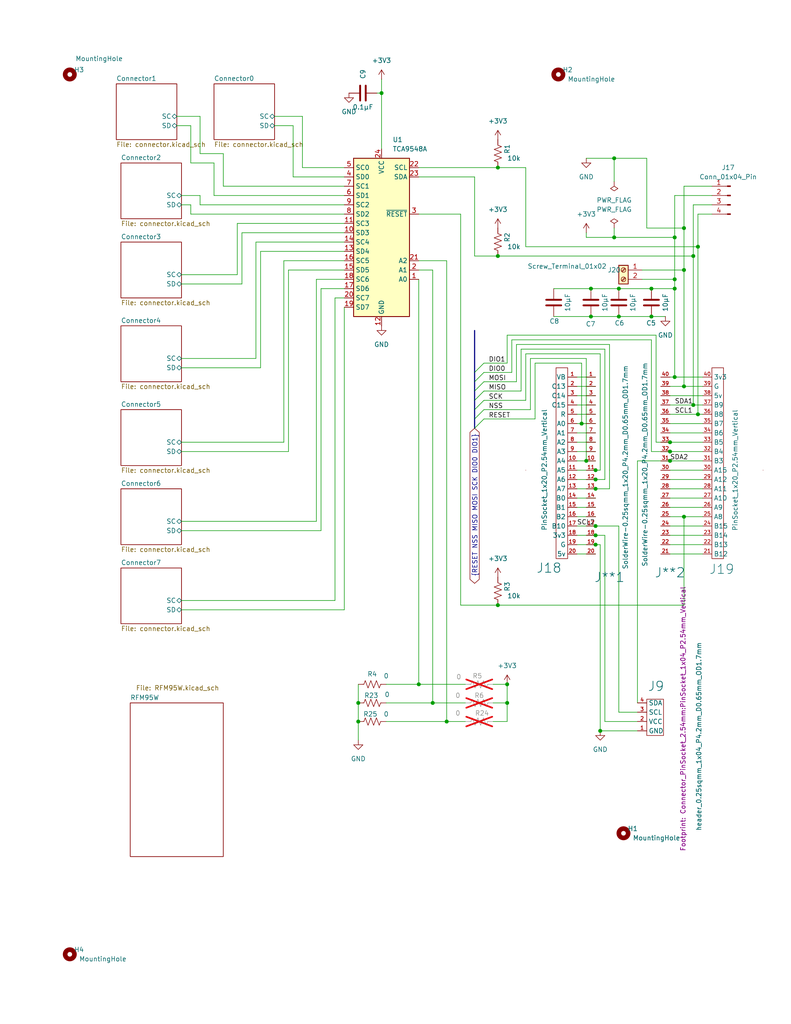
<source format=kicad_sch>
(kicad_sch (version 20231120) (generator "eeschema") (generator_version "8.0")
  (paper "A" portrait)
  (title_block (title "Multiplex I2C to Screw Terminal connectors") (date "2024-07-25") (rev "v0.1.0"))
  (lib_symbols
    (symbol "ProjectLib:C" (pin_numbers hide) (pin_names (offset 0.254))
      (property "Reference" "C" (at 0.635 2.54 0))
      (property "Value" "C" (at 0.635 -2.54 0))
      (symbol "C_0_1"
        (polyline (pts (xy -2.032 -0.762) (xy 2.032 -0.762)) (stroke (width 0.508)))
        (polyline (pts (xy -2.032 0.762) (xy 2.032 0.762)) (stroke (width 0.508)))
      )
      (symbol "C_1_1"
        (pin passive line (at 0 3.81 270) (length 2.794) (name "~") (number "1"))
        (pin passive line (at 0 -3.81 90) (length 2.794) (name "~") (number "2"))
      )
    )
    (symbol "ProjectLib:Conn_01x04_Pin" (pin_names (offset 1.016) hide)
      (property "Reference" "J" (at 0 5.08 0))
      (property "Value" "Conn_01x04_Pin" (at 0 -7.62 0))
      (symbol "Conn_01x04_Pin_1_1"
        (polyline (pts (xy 1.27 -5.08) (xy 0.8636 -5.08)) (stroke (width 0.1524)))
        (polyline (pts (xy 1.27 -2.54) (xy 0.8636 -2.54)) (stroke (width 0.1524)))
        (polyline (pts (xy 1.27 0) (xy 0.8636 0)) (stroke (width 0.1524)))
        (polyline (pts (xy 1.27 2.54) (xy 0.8636 2.54)) (stroke (width 0.1524)))
        (rectangle (start 0.8636 -4.953) (end 0 -5.207) (stroke (width 0.1524)) (fill (type outline)))
        (rectangle (start 0.8636 -2.413) (end 0 -2.667) (stroke (width 0.1524)) (fill (type outline)))
        (rectangle (start 0.8636 0.127) (end 0 -0.127) (stroke (width 0.1524)) (fill (type outline)))
        (rectangle (start 0.8636 2.667) (end 0 2.413) (stroke (width 0.1524)) (fill (type outline)))
        (pin passive line (at 5.08 2.54 180) (length 3.81) (name "Pin_1") (number "1"))
        (pin passive line (at 5.08 0 180) (length 3.81) (name "Pin_2") (number "2"))
        (pin passive line (at 5.08 -2.54 180) (length 3.81) (name "Pin_3") (number "3"))
        (pin passive line (at 5.08 -5.08 180) (length 3.81) (name "Pin_4") (number "4"))
      )
    )
    (symbol "ProjectLib:MountingHole" (pin_names (offset 1.016))
      (property "Reference" "H" (at 0 5.08 0))
      (property "Value" "MountingHole" (at 0 3.175 0))
      (symbol "MountingHole_0_1"
        (circle (center 0 0) (radius 1.27) (stroke (width 1.27)))
      )
    )
    (symbol "ProjectLib:R_US" (pin_numbers hide) (pin_names (offset 0))
      (property "Reference" "R" (at 2.54 0 90))
      (property "Value" "R_US" (at -2.54 0 90))
      (symbol "R_US_0_1"
        (polyline (pts (xy 0 -2.286) (xy 0 -2.54)))
        (polyline (pts (xy 0 2.286) (xy 0 2.54)))
        (polyline (pts (xy 0 -0.762) (xy 1.016 -1.143) (xy 0 -1.524) (xy -1.016 -1.905) (xy 0 -2.286)))
        (polyline (pts (xy 0 0.762) (xy 1.016 0.381) (xy 0 0) (xy -1.016 -0.381) (xy 0 -0.762)))
        (polyline (pts (xy 0 2.286) (xy 1.016 1.905) (xy 0 1.524) (xy -1.016 1.143) (xy 0 0.762)))
      )
      (symbol "R_US_1_1"
        (pin passive line (at 0 3.81 270) (length 1.27) (name "~") (number "1"))
        (pin passive line (at 0 -3.81 90) (length 1.27) (name "~") (number "2"))
      )
    )
    (symbol "ProjectLib:Screw_Terminal_01x02" (pin_names (offset 1.016) hide)
      (property "Reference" "J" (at 0 2.54 0))
      (property "Value" "Screw_Terminal_01x02" (at 0 -5.08 0))
      (symbol "Screw_Terminal_01x02_1_1"
        (rectangle (start -1.27 1.27) (end 1.27 -3.81) (stroke (width 0.254)) (fill (type background)))
        (circle (center 0 -2.54) (radius 0.635) (stroke (width 0.1524)))
        (polyline (pts (xy -0.5334 -2.2098) (xy 0.3302 -3.048)) (stroke (width 0.1524)))
        (polyline (pts (xy -0.5334 0.3302) (xy 0.3302 -0.508)) (stroke (width 0.1524)))
        (polyline (pts (xy -0.3556 -2.032) (xy 0.508 -2.8702)) (stroke (width 0.1524)))
        (polyline (pts (xy -0.3556 0.508) (xy 0.508 -0.3302)) (stroke (width 0.1524)))
        (circle (center 0 0) (radius 0.635) (stroke (width 0.1524)))
        (pin passive line (at -5.08 0 0) (length 3.81) (name "Pin_1") (number "1"))
        (pin passive line (at -5.08 -2.54 0) (length 3.81) (name "Pin_2") (number "2"))
      )
    )
    (symbol "ProjectLib:TCA9548APWR"
      (property "Reference" "U" (at -7.62 21.59 0))
      (property "Value" "TCA9548APWR" (at 1.016 21.59 0))
      (symbol "TCA9548APWR_0_1"
        (rectangle (start -7.62 20.32) (end 7.62 -22.86) (stroke (width 0.254)) (fill (type background)))
      )
      (symbol "TCA9548APWR_1_1"
        (pin input line (at -10.16 -12.7 0) (length 2.54) (name "A0") (number "1"))
        (pin bidirectional line (at 10.16 0 180) (length 2.54) (name "SD3") (number "10"))
        (pin output line (at 10.16 2.54 180) (length 2.54) (name "SC3") (number "11"))
        (pin power_in line (at 0 -25.4 90) (length 2.54) (name "GND") (number "12"))
        (pin bidirectional line (at 10.16 -5.08 180) (length 2.54) (name "SD4") (number "13"))
        (pin output line (at 10.16 -2.54 180) (length 2.54) (name "SC4") (number "14"))
        (pin bidirectional line (at 10.16 -10.16 180) (length 2.54) (name "SD5") (number "15"))
        (pin output line (at 10.16 -7.62 180) (length 2.54) (name "SC5") (number "16"))
        (pin bidirectional line (at 10.16 -15.24 180) (length 2.54) (name "SD6") (number "17"))
        (pin output line (at 10.16 -12.7 180) (length 2.54) (name "SC6") (number "18"))
        (pin bidirectional line (at 10.16 -20.32 180) (length 2.54) (name "SD7") (number "19"))
        (pin input line (at -10.16 -10.16 0) (length 2.54) (name "A1") (number "2"))
        (pin output line (at 10.16 -17.78 180) (length 2.54) (name "SC7") (number "20"))
        (pin input line (at -10.16 -7.62 0) (length 2.54) (name "A2") (number "21"))
        (pin input line (at -10.16 17.78 0) (length 2.54) (name "SCL") (number "22"))
        (pin bidirectional line (at -10.16 15.24 0) (length 2.54) (name "SDA") (number "23"))
        (pin power_in line (at 0 22.86 270) (length 2.54) (name "VCC") (number "24"))
        (pin input line (at -10.16 5.08 0) (length 2.54) (name "~{RESET}") (number "3"))
        (pin bidirectional line (at 10.16 15.24 180) (length 2.54) (name "SD0") (number "4"))
        (pin output line (at 10.16 17.78 180) (length 2.54) (name "SC0") (number "5"))
        (pin bidirectional line (at 10.16 10.16 180) (length 2.54) (name "SD1") (number "6"))
        (pin output line (at 10.16 12.7 180) (length 2.54) (name "SC1") (number "7"))
        (pin bidirectional line (at 10.16 5.08 180) (length 2.54) (name "SD2") (number "8"))
        (pin output line (at 10.16 7.62 180) (length 2.54) (name "SC2") (number "9"))
      )
    )
    (symbol "ProjectLib:b_pill_1-20"
      (property "Reference" "J" (at -3.24 -27 0))
      (property "Value" "PinSocket_1x20_P2.54mm_Vertical" (at -8.24 0 90))
      (property "Footprint" "ProjectLib:b_pill_socket_1-20" (at -11.24 0 90) (show_name))
      (symbol "b_pill_1-20_0_1"
        (rectangle (start -13.97 0) (end -13.97 0))
        (rectangle (start -5.715 27.94) (end -2.54 -24.13))
      )
      (symbol "b_pill_1-20_1_1"
        (pin free line (at 0 25.4 180) (length 2.54) (name "VB") (number "1"))
        (pin output line (at 0 2.54 180) (length 2.54) (name "A4") (number "10"))
        (pin output line (at 0 0 180) (length 2.54) (name "A5") (number "11"))
        (pin free line (at 0 -2.54 180) (length 2.54) (name "A6") (number "12"))
        (pin output line (at 0 -5.08 180) (length 2.54) (name "A7") (number "13"))
        (pin free line (at 0 -7.62 180) (length 2.54) (name "B0") (number "14"))
        (pin free line (at 0 -10.16 180) (length 2.54) (name "B1") (number "15"))
        (pin free line (at 0 -12.7 180) (length 2.54) (name "B2") (number "16"))
        (pin free line (at 0 -15.24 180) (length 2.54) (name "B10") (number "17"))
        (pin free line (at 0 -17.78 180) (length 2.54) (name "3v3") (number "18"))
        (pin free line (at 0 -20.32 180) (length 2.54) (name "G") (number "19"))
        (pin free line (at 0 22.86 180) (length 2.54) (name "C13") (number "2"))
        (pin free line (at 0 -22.86 180) (length 2.54) (name "5v") (number "20"))
        (pin free line (at 0 20.32 180) (length 2.54) (name "C14") (number "3"))
        (pin free line (at 0 17.78 180) (length 2.54) (name "C15") (number "4"))
        (pin free line (at 0 15.24 180) (length 2.54) (name "R") (number "5"))
        (pin free line (at 0 12.7 180) (length 2.54) (name "A0") (number "6"))
        (pin free line (at 0 10.16 180) (length 2.54) (name "A1") (number "7"))
        (pin free line (at 0 7.62 180) (length 2.54) (name "A2") (number "8"))
        (pin free line (at 0 5.08 180) (length 2.54) (name "A3") (number "9"))
      )
    )
    (symbol "ProjectLib:b_pill_21-40"
      (property "Reference" "J" (at 10 -27 0))
      (property "Value" "PinSocket_1x20_P2.54mm_Vertical" (at 6.35 0 90))
      (property "Footprint" "ProjectLib:b_pill_socket_21-40" (at 2.54 0 90) (show_name))
      (symbol "b_pill_21-40_0_1"
        (rectangle (start -1.27 0) (end -1.27 0))
        (rectangle (start 9.525 27.94) (end 12.7 -24.13))
      )
      (symbol "b_pill_21-40_1_1"
        (pin free line (at 15.24 -22.86 180) (length 2.54) (name "B12") (number "21"))
        (pin free line (at 15.24 -20.32 180) (length 2.54) (name "B13") (number "22"))
        (pin free line (at 15.24 -17.78 180) (length 2.54) (name "B14") (number "23"))
        (pin free line (at 15.24 -15.24 180) (length 2.54) (name "B15") (number "24"))
        (pin free line (at 15.24 -12.7 180) (length 2.54) (name "A8") (number "25"))
        (pin free line (at 15.24 -10.16 180) (length 2.54) (name "A9") (number "26"))
        (pin free line (at 15.24 -7.62 180) (length 2.54) (name "A10") (number "27"))
        (pin free line (at 15.24 -5.08 180) (length 2.54) (name "A11") (number "28"))
        (pin free line (at 15.24 -2.54 180) (length 2.54) (name "A12") (number "29"))
        (pin free line (at 15.24 0 180) (length 2.54) (name "A15") (number "30"))
        (pin free line (at 15.24 2.54 180) (length 2.54) (name "B3") (number "31"))
        (pin bidirectional line (at 15.24 5.08 180) (length 2.54) (name "B4") (number "32"))
        (pin bidirectional line (at 15.24 7.62 180) (length 2.54) (name "B5") (number "33"))
        (pin free line (at 15.24 10.16 180) (length 2.54) (name "B6") (number "34"))
        (pin free line (at 15.24 12.7 180) (length 2.54) (name "B7") (number "35"))
        (pin passive line (at 15.24 15.24 180) (length 2.54) (name "B8") (number "36"))
        (pin passive line (at 15.24 17.78 180) (length 2.54) (name "B9") (number "37"))
        (pin free line (at 15.24 20.32 180) (length 2.54) (name "5v") (number "38"))
        (pin power_in line (at 15.24 22.86 180) (length 2.54) (name "G") (number "39"))
        (pin power_in line (at 15.24 25.4 180) (length 2.54) (name "3v3") (number "40"))
      )
    )
    (symbol "ProjectLib:b_pill_takeoff_1-20"
      (property "Reference" "J**" (at 0 -27.94 0))
      (property "Value" "SolderWire-0.25sqmm_1x20_P4.2mm_D0.65mm_OD1.7mm" (at 2.54 2.54 90))
      (property "Footprint" "ProjectLib:b_pill_takeoffPads_1-20" (at 5.08 0 90) (show_name))
      (symbol "b_pill_takeoff_1-20_0_1"
        (rectangle (start 11.43 0) (end 11.43 0))
      )
      (symbol "b_pill_takeoff_1-20_1_1"
        (pin free line (at -2.54 25.4 0) (length 2.54) (name "") (number "1"))
        (pin free line (at -2.54 2.54 0) (length 2.54) (name "") (number "10"))
        (pin free line (at -2.54 0 0) (length 2.54) (name "") (number "11"))
        (pin free line (at -2.54 -2.54 0) (length 2.54) (name "") (number "12"))
        (pin free line (at -2.54 -5.08 0) (length 2.54) (name "") (number "13"))
        (pin free line (at -2.54 -7.62 0) (length 2.54) (name "") (number "14"))
        (pin free line (at -2.54 -10.16 0) (length 2.54) (name "") (number "15"))
        (pin free line (at -2.54 -12.7 0) (length 2.54) (name "") (number "16"))
        (pin free line (at -2.54 -15.24 0) (length 2.54) (name "") (number "17"))
        (pin free line (at -2.54 -17.78 0) (length 2.54) (name "") (number "18"))
        (pin free line (at -2.54 -20.32 0) (length 2.54) (name "") (number "19"))
        (pin free line (at -2.54 22.86 0) (length 2.54) (name "") (number "2"))
        (pin free line (at -2.54 -22.86 0) (length 2.54) (name "") (number "20"))
        (pin free line (at -2.54 20.32 0) (length 2.54) (name "") (number "3"))
        (pin free line (at -2.54 17.78 0) (length 2.54) (name "") (number "4"))
        (pin free line (at -2.54 15.24 0) (length 2.54) (name "") (number "5"))
        (pin free line (at -2.54 12.7 0) (length 2.54) (name "") (number "6"))
        (pin free line (at -2.54 10.16 0) (length 2.54) (name "") (number "7"))
        (pin free line (at -2.54 7.62 0) (length 2.54) (name "") (number "8"))
        (pin free line (at -2.54 5.08 0) (length 2.54) (name "") (number "9"))
      )
    )
    (symbol "ProjectLib:b_pill_takeoff_21-40"
      (property "Reference" "J**" (at 15.24 -27.94 0))
      (property "Value" "SolderWire-0.25sqmm_1x20_P4.2mm_D0.65mm_OD1.7mm" (at 10.16 0 90))
      (property "Footprint" "ProjectLib:b_pill_takeoffPads_21-40" (at 7.62 -2.54 90) (show_name))
      (symbol "b_pill_takeoff_21-40_0_1"
        (rectangle (start -1.27 0) (end -1.27 0))
      )
      (symbol "b_pill_takeoff_21-40_1_1"
        (pin free line (at 15.24 -22.86 180) (length 2.54) (name "") (number "21"))
        (pin free line (at 15.24 -20.32 180) (length 2.54) (name "") (number "22"))
        (pin free line (at 15.24 -17.78 180) (length 2.54) (name "") (number "23"))
        (pin free line (at 15.24 -15.24 180) (length 2.54) (name "") (number "24"))
        (pin free line (at 15.24 -12.7 180) (length 2.54) (name "") (number "25"))
        (pin free line (at 15.24 -10.16 180) (length 2.54) (name "") (number "26"))
        (pin free line (at 15.24 -7.62 180) (length 2.54) (name "") (number "27"))
        (pin free line (at 15.24 -5.08 180) (length 2.54) (name "") (number "28"))
        (pin free line (at 15.24 -2.54 180) (length 2.54) (name "") (number "29"))
        (pin free line (at 15.24 0 180) (length 2.54) (name "") (number "30"))
        (pin free line (at 15.24 2.54 180) (length 2.54) (name "") (number "31"))
        (pin free line (at 15.24 5.08 180) (length 2.54) (name "") (number "32"))
        (pin free line (at 15.24 7.62 180) (length 2.54) (name "") (number "33"))
        (pin free line (at 15.24 10.16 180) (length 2.54) (name "") (number "34"))
        (pin free line (at 15.24 12.7 180) (length 2.54) (name "") (number "35"))
        (pin passive line (at 15.24 15.24 180) (length 2.54) (name "") (number "36"))
        (pin passive line (at 15.24 17.78 180) (length 2.54) (name "") (number "37"))
        (pin free line (at 15.24 20.32 180) (length 2.54) (name "") (number "38"))
        (pin power_in line (at 15.24 22.86 180) (length 2.54) (name "") (number "39"))
        (pin power_in line (at 15.24 25.4 180) (length 2.54) (name "") (number "40"))
      )
    )
    (symbol "ProjectLib:ssd1306_header"
      (property "Reference" "J" (at -2.54 -7.62 0))
      (property "Value" "header_0.25sqmm_1x04_P4.2mm_D0.65mm_OD1.7mm" (at 15.748 -3.556 90))
      (property "Footprint" "ProjectLib:ssd1306_header" (at 12.7 -0.254 90) (show_name))
      (symbol "ssd1306_header_0_1"
        (rectangle (start -4.572 4.826) (end 0 -5.08))
      )
      (symbol "ssd1306_header_1_1"
        (pin free line (at 2.54 -3.81 180) (length 2.54) (name "GND") (number "1"))
        (pin free line (at 2.54 -1.27 180) (length 2.54) (name "VCC") (number "2"))
        (pin free line (at 2.54 1.27 180) (length 2.54) (name "SCL") (number "3"))
        (pin free line (at 2.54 3.81 180) (length 2.54) (name "SDA") (number "4"))
      )
    )
    (symbol "power:+3V3" (power) (pin_numbers hide) (pin_names (offset 0) hide)
      (property "Value" "+3V3" (at 0 3.556 0))
      (symbol "+3V3_0_1"
        (polyline (pts (xy -0.762 1.27) (xy 0 2.54)))
        (polyline (pts (xy 0 0) (xy 0 2.54)))
        (polyline (pts (xy 0 2.54) (xy 0.762 1.27)))
      )
      (symbol "+3V3_1_1"
        (pin power_in line (at 0 0 90) (length 0) (name "~") (number "1"))
      )
    )
    (symbol "power:GND" (power) (pin_numbers hide) (pin_names (offset 0) hide)
      (property "Value" "GND" (at 0 -3.81 0))
      (symbol "GND_0_1"
        (polyline (pts (xy 0 0) (xy 0 -1.27) (xy 1.27 -1.27) (xy 0 -2.54) (xy -1.27 -1.27) (xy 0 -1.27)))
      )
      (symbol "GND_1_1"
        (pin power_in line (at 0 0 270) (length 0) (name "~") (number "1"))
      )
    )
    (symbol "power:PWR_FLAG" (power) (pin_numbers hide) (pin_names (offset 0) hide)
      (property "Value" "PWR_FLAG" (at 0 3.81 0))
      (symbol "PWR_FLAG_0_0"
        (pin power_out line (at 0 0 90) (length 0) (name "~") (number "1"))
      )
      (symbol "PWR_FLAG_0_1"
        (polyline (pts (xy 0 0) (xy 0 1.27) (xy -1.016 1.905) (xy 0 2.54) (xy 1.016 1.905) (xy 0 1.27)))
      )
    )
  )
  (junction (at 168.91 86.36))
  (junction (at 182.88 120.65))
  (junction (at 97.79 191.77))
  (junction (at 184.15 102.87))
  (junction (at 186.69 73.66))
  (junction (at 182.88 125.73))
  (junction (at 97.79 196.85))
  (junction (at 160.02 125.73))
  (junction (at 190.5 67.31))
  (junction (at 162.56 146.05))
  (junction (at 163.83 199.39))
  (junction (at 161.29 86.36))
  (junction (at 135.89 45.72))
  (junction (at 177.8 78.74))
  (junction (at 184.15 64.77))
  (junction (at 177.8 86.36))
  (junction (at 186.69 105.41))
  (junction (at 162.56 130.81))
  (junction (at 135.89 69.85))
  (junction (at 182.88 123.19))
  (junction (at 121.92 196.85))
  (junction (at 162.56 133.35))
  (junction (at 184.15 76.2))
  (junction (at 168.91 78.74))
  (junction (at 162.56 128.27))
  (junction (at 138.43 186.69))
  (junction (at 190.5 113.03))
  (junction (at 114.3 186.69))
  (junction (at 138.43 191.77))
  (junction (at 162.56 143.51))
  (junction (at 118.11 191.77))
  (junction (at 167.64 64.77))
  (junction (at 135.89 165.1))
  (junction (at 186.69 140.97))
  (junction (at 104.14 25.4))
  (junction (at 189.23 110.49))
  (junction (at 184.15 78.74))
  (junction (at 189.23 69.85))
  (junction (at 158.75 115.57))
  (junction (at 161.29 78.74))
  (junction (at 167.64 43.18))
  (junction (at 162.56 148.59))
  (junction (at 186.69 62.23))
  (bus_entry (at 129.54 116.84) (size 2.54 -2.54))
  (bus_entry (at 129.54 109.22) (size 2.54 -2.54))
  (bus_entry (at 129.54 106.68) (size 2.54 -2.54))
  (bus_entry (at 129.54 101.6) (size 2.54 -2.54))
  (bus_entry (at 129.54 104.14) (size 2.54 -2.54))
  (bus_entry (at 129.54 114.3) (size 2.54 -2.54))
  (bus_entry (at 129.54 111.76) (size 2.54 -2.54))
  (wire (pts (xy 74.93 34.29) (xy 80.01 34.29)))
  (wire (pts (xy 157.48 148.59) (xy 162.56 148.59)))
  (wire (pts (xy 97.79 186.69) (xy 97.79 191.77)))
  (wire (pts (xy 182.88 102.87) (xy 184.15 102.87)))
  (bus (pts (xy 129.54 109.22) (xy 129.54 111.76)))
  (wire (pts (xy 165.1 196.85) (xy 173.99 196.85)))
  (wire (pts (xy 176.53 62.23) (xy 186.69 62.23)))
  (wire (pts (xy 118.11 73.66) (xy 118.11 191.77)))
  (wire (pts (xy 54.61 41.91) (xy 60.96 41.91)))
  (wire (pts (xy 157.48 130.81) (xy 162.56 130.81)))
  (wire (pts (xy 114.3 73.66) (xy 118.11 73.66)))
  (wire (pts (xy 52.07 34.29) (xy 52.07 44.45)))
  (wire (pts (xy 177.8 78.74) (xy 184.15 78.74)))
  (wire (pts (xy 189.23 55.88) (xy 194.31 55.88)))
  (wire (pts (xy 158.75 115.57) (xy 162.56 115.57)))
  (wire (pts (xy 182.88 138.43) (xy 191.77 138.43)))
  (wire (pts (xy 139.7 92.71) (xy 139.7 101.6)))
  (wire (pts (xy 48.26 31.75) (xy 54.61 31.75)))
  (wire (pts (xy 114.3 48.26) (xy 129.54 48.26)))
  (wire (pts (xy 162.56 130.81) (xy 165.1 130.81)))
  (wire (pts (xy 163.83 199.39) (xy 173.99 199.39)))
  (wire (pts (xy 91.44 163.83) (xy 91.44 81.28)))
  (wire (pts (xy 160.02 43.18) (xy 167.64 43.18)))
  (wire (pts (xy 132.08 104.14) (xy 140.97 104.14)))
  (wire (pts (xy 49.53 55.88) (xy 52.07 55.88)))
  (wire (pts (xy 157.48 138.43) (xy 162.56 138.43)))
  (wire (pts (xy 132.08 111.76) (xy 144.78 111.76)))
  (wire (pts (xy 182.88 148.59) (xy 191.77 148.59)))
  (wire (pts (xy 114.3 45.72) (xy 135.89 45.72)))
  (wire (pts (xy 163.83 148.59) (xy 163.83 199.39)))
  (wire (pts (xy 138.43 186.69) (xy 138.43 191.77)))
  (bus (pts (xy 129.54 106.68) (xy 129.54 109.22)))
  (wire (pts (xy 157.48 128.27) (xy 162.56 128.27)))
  (wire (pts (xy 184.15 53.34) (xy 194.31 53.34)))
  (wire (pts (xy 52.07 58.42) (xy 93.98 58.42)))
  (wire (pts (xy 184.15 76.2) (xy 184.15 64.77)))
  (wire (pts (xy 64.77 60.96) (xy 93.98 60.96)))
  (wire (pts (xy 184.15 76.2) (xy 184.15 78.74)))
  (wire (pts (xy 189.23 55.88) (xy 189.23 69.85)))
  (wire (pts (xy 157.48 133.35) (xy 162.56 133.35)))
  (wire (pts (xy 157.48 146.05) (xy 162.56 146.05)))
  (wire (pts (xy 97.79 191.77) (xy 97.79 196.85)))
  (wire (pts (xy 157.48 123.19) (xy 162.56 123.19)))
  (wire (pts (xy 146.05 99.06) (xy 158.75 99.06)))
  (wire (pts (xy 162.56 133.35) (xy 166.37 133.35)))
  (wire (pts (xy 143.51 45.72) (xy 143.51 67.31)))
  (wire (pts (xy 173.99 125.73) (xy 182.88 125.73)))
  (wire (pts (xy 66.04 63.5) (xy 93.98 63.5)))
  (wire (pts (xy 186.69 73.66) (xy 186.69 62.23)))
  (wire (pts (xy 186.69 105.41) (xy 191.77 105.41)))
  (wire (pts (xy 184.15 53.34) (xy 184.15 64.77)))
  (wire (pts (xy 140.97 93.98) (xy 166.37 93.98)))
  (wire (pts (xy 60.96 41.91) (xy 60.96 50.8)))
  (wire (pts (xy 167.64 43.18) (xy 167.64 49.53)))
  (wire (pts (xy 157.48 143.51) (xy 162.56 143.51)))
  (wire (pts (xy 69.85 66.04) (xy 93.98 66.04)))
  (wire (pts (xy 144.78 97.79) (xy 144.78 111.76)))
  (wire (pts (xy 151.13 86.36) (xy 161.29 86.36)))
  (wire (pts (xy 82.55 31.75) (xy 82.55 45.72)))
  (wire (pts (xy 177.8 86.36) (xy 181.61 86.36)))
  (wire (pts (xy 190.5 58.42) (xy 194.31 58.42)))
  (bus (pts (xy 129.54 114.3) (xy 129.54 116.84)))
  (wire (pts (xy 182.88 151.13) (xy 191.77 151.13)))
  (wire (pts (xy 49.53 123.19) (xy 78.74 123.19)))
  (wire (pts (xy 138.43 191.77) (xy 138.43 196.85)))
  (wire (pts (xy 182.88 130.81) (xy 191.77 130.81)))
  (wire (pts (xy 146.05 99.06) (xy 146.05 114.3)))
  (wire (pts (xy 157.48 102.87) (xy 162.56 102.87)))
  (wire (pts (xy 162.56 146.05) (xy 165.1 146.05)))
  (wire (pts (xy 182.88 105.41) (xy 186.69 105.41)))
  (wire (pts (xy 64.77 74.93) (xy 64.77 60.96)))
  (wire (pts (xy 151.13 78.74) (xy 161.29 78.74)))
  (wire (pts (xy 105.41 196.85) (xy 121.92 196.85)))
  (wire (pts (xy 125.73 58.42) (xy 125.73 165.1)))
  (wire (pts (xy 135.89 69.85) (xy 129.54 69.85)))
  (wire (pts (xy 138.43 99.06) (xy 138.43 91.44)))
  (wire (pts (xy 93.98 83.82) (xy 93.98 166.37)))
  (wire (pts (xy 54.61 53.34) (xy 54.61 55.88)))
  (wire (pts (xy 58.42 53.34) (xy 93.98 53.34)))
  (wire (pts (xy 114.3 76.2) (xy 114.3 186.69)))
  (wire (pts (xy 132.08 106.68) (xy 142.24 106.68)))
  (wire (pts (xy 80.01 48.26) (xy 93.98 48.26)))
  (wire (pts (xy 182.88 135.89) (xy 191.77 135.89)))
  (wire (pts (xy 78.74 73.66) (xy 93.98 73.66)))
  (wire (pts (xy 190.5 113.03) (xy 191.77 113.03)))
  (wire (pts (xy 157.48 107.95) (xy 162.56 107.95)))
  (wire (pts (xy 52.07 55.88) (xy 52.07 58.42)))
  (wire (pts (xy 182.88 107.95) (xy 191.77 107.95)))
  (wire (pts (xy 77.47 120.65) (xy 77.47 71.12)))
  (wire (pts (xy 114.3 71.12) (xy 121.92 71.12)))
  (wire (pts (xy 114.3 186.69) (xy 127 186.69)))
  (wire (pts (xy 165.1 130.81) (xy 165.1 95.25)))
  (wire (pts (xy 160.02 125.73) (xy 162.56 125.73)))
  (wire (pts (xy 157.48 118.11) (xy 162.56 118.11)))
  (wire (pts (xy 49.53 166.37) (xy 93.98 166.37)))
  (wire (pts (xy 132.08 101.6) (xy 139.7 101.6)))
  (wire (pts (xy 186.69 50.8) (xy 194.31 50.8)))
  (wire (pts (xy 48.26 34.29) (xy 52.07 34.29)))
  (wire (pts (xy 182.88 113.03) (xy 190.5 113.03)))
  (wire (pts (xy 160.02 63.5) (xy 160.02 64.77)))
  (wire (pts (xy 105.41 186.69) (xy 114.3 186.69)))
  (wire (pts (xy 179.07 120.65) (xy 182.88 120.65)))
  (wire (pts (xy 54.61 31.75) (xy 54.61 41.91)))
  (wire (pts (xy 175.26 73.66) (xy 186.69 73.66)))
  (wire (pts (xy 143.51 96.52) (xy 163.83 96.52)))
  (wire (pts (xy 52.07 44.45) (xy 58.42 44.45)))
  (wire (pts (xy 182.88 125.73) (xy 191.77 125.73)))
  (wire (pts (xy 189.23 69.85) (xy 189.23 110.49)))
  (wire (pts (xy 189.23 110.49) (xy 182.88 110.49)))
  (wire (pts (xy 182.88 133.35) (xy 191.77 133.35)))
  (wire (pts (xy 78.74 123.19) (xy 78.74 73.66)))
  (wire (pts (xy 82.55 45.72) (xy 93.98 45.72)))
  (wire (pts (xy 182.88 123.19) (xy 191.77 123.19)))
  (wire (pts (xy 166.37 133.35) (xy 166.37 93.98)))
  (wire (pts (xy 157.48 110.49) (xy 162.56 110.49)))
  (wire (pts (xy 104.14 25.4) (xy 102.87 25.4)))
  (wire (pts (xy 129.54 48.26) (xy 129.54 69.85)))
  (wire (pts (xy 134.62 191.77) (xy 138.43 191.77)))
  (wire (pts (xy 161.29 78.74) (xy 168.91 78.74)))
  (wire (pts (xy 118.11 191.77) (xy 127 191.77)))
  (wire (pts (xy 157.48 140.97) (xy 162.56 140.97)))
  (wire (pts (xy 132.08 109.22) (xy 143.51 109.22)))
  (wire (pts (xy 177.8 123.19) (xy 182.88 123.19)))
  (wire (pts (xy 69.85 66.04) (xy 69.85 97.79)))
  (wire (pts (xy 182.88 146.05) (xy 191.77 146.05)))
  (wire (pts (xy 58.42 44.45) (xy 58.42 53.34)))
  (wire (pts (xy 104.14 25.4) (xy 104.14 40.64)))
  (wire (pts (xy 144.78 97.79) (xy 160.02 97.79)))
  (wire (pts (xy 173.99 125.73) (xy 173.99 191.77)))
  (wire (pts (xy 157.48 105.41) (xy 162.56 105.41)))
  (wire (pts (xy 104.14 21.59) (xy 104.14 25.4)))
  (wire (pts (xy 186.69 140.97) (xy 191.77 140.97)))
  (bus (pts (xy 129.54 104.14) (xy 129.54 106.68)))
  (wire (pts (xy 161.29 86.36) (xy 168.91 86.36)))
  (wire (pts (xy 190.5 58.42) (xy 190.5 67.31)))
  (wire (pts (xy 121.92 196.85) (xy 127 196.85)))
  (wire (pts (xy 135.89 45.72) (xy 143.51 45.72)))
  (bus (pts (xy 129.54 90.17) (xy 129.54 101.6)))
  (wire (pts (xy 71.12 100.33) (xy 71.12 68.58)))
  (wire (pts (xy 184.15 78.74) (xy 184.15 102.87)))
  (wire (pts (xy 77.47 71.12) (xy 93.98 71.12)))
  (wire (pts (xy 125.73 165.1) (xy 135.89 165.1)))
  (wire (pts (xy 157.48 120.65) (xy 162.56 120.65)))
  (wire (pts (xy 49.53 77.47) (xy 66.04 77.47)))
  (wire (pts (xy 49.53 163.83) (xy 91.44 163.83)))
  (wire (pts (xy 162.56 148.59) (xy 163.83 148.59)))
  (wire (pts (xy 157.48 135.89) (xy 162.56 135.89)))
  (wire (pts (xy 162.56 128.27) (xy 163.83 128.27)))
  (wire (pts (xy 97.79 196.85) (xy 97.79 201.93)))
  (wire (pts (xy 49.53 74.93) (xy 64.77 74.93)))
  (wire (pts (xy 167.64 43.18) (xy 176.53 43.18)))
  (wire (pts (xy 121.92 71.12) (xy 121.92 196.85)))
  (wire (pts (xy 49.53 144.78) (xy 87.63 144.78)))
  (wire (pts (xy 168.91 143.51) (xy 168.91 194.31)))
  (wire (pts (xy 182.88 115.57) (xy 191.77 115.57)))
  (wire (pts (xy 175.26 76.2) (xy 184.15 76.2)))
  (wire (pts (xy 80.01 34.29) (xy 80.01 48.26)))
  (wire (pts (xy 143.51 96.52) (xy 143.51 109.22)))
  (wire (pts (xy 157.48 151.13) (xy 162.56 151.13)))
  (wire (pts (xy 182.88 120.65) (xy 191.77 120.65)))
  (wire (pts (xy 182.88 118.11) (xy 191.77 118.11)))
  (wire (pts (xy 182.88 140.97) (xy 186.69 140.97)))
  (wire (pts (xy 186.69 140.97) (xy 186.69 165.1)))
  (wire (pts (xy 186.69 50.8) (xy 186.69 62.23)))
  (wire (pts (xy 182.88 143.51) (xy 191.77 143.51)))
  (wire (pts (xy 176.53 43.18) (xy 176.53 62.23)))
  (wire (pts (xy 142.24 95.25) (xy 142.24 106.68)))
  (wire (pts (xy 66.04 77.47) (xy 66.04 63.5)))
  (wire (pts (xy 168.91 194.31) (xy 173.99 194.31)))
  (wire (pts (xy 158.75 115.57) (xy 158.75 99.06)))
  (wire (pts (xy 49.53 142.24) (xy 86.36 142.24)))
  (wire (pts (xy 49.53 97.79) (xy 69.85 97.79)))
  (wire (pts (xy 184.15 102.87) (xy 191.77 102.87)))
  (wire (pts (xy 134.62 186.69) (xy 138.43 186.69)))
  (wire (pts (xy 54.61 55.88) (xy 93.98 55.88)))
  (wire (pts (xy 132.08 99.06) (xy 138.43 99.06)))
  (wire (pts (xy 182.88 128.27) (xy 191.77 128.27)))
  (wire (pts (xy 74.93 31.75) (xy 82.55 31.75)))
  (wire (pts (xy 86.36 142.24) (xy 86.36 76.2)))
  (wire (pts (xy 138.43 91.44) (xy 179.07 91.44)))
  (wire (pts (xy 49.53 53.34) (xy 54.61 53.34)))
  (wire (pts (xy 49.53 120.65) (xy 77.47 120.65)))
  (wire (pts (xy 87.63 144.78) (xy 87.63 78.74)))
  (wire (pts (xy 160.02 64.77) (xy 167.64 64.77)))
  (wire (pts (xy 189.23 69.85) (xy 135.89 69.85)))
  (wire (pts (xy 165.1 146.05) (xy 165.1 196.85)))
  (wire (pts (xy 114.3 58.42) (xy 125.73 58.42)))
  (wire (pts (xy 168.91 86.36) (xy 177.8 86.36)))
  (wire (pts (xy 190.5 67.31) (xy 190.5 113.03)))
  (wire (pts (xy 157.48 115.57) (xy 158.75 115.57)))
  (wire (pts (xy 142.24 95.25) (xy 165.1 95.25)))
  (wire (pts (xy 168.91 78.74) (xy 177.8 78.74)))
  (wire (pts (xy 179.07 91.44) (xy 179.07 120.65)))
  (wire (pts (xy 71.12 68.58) (xy 93.98 68.58)))
  (wire (pts (xy 157.48 125.73) (xy 160.02 125.73)))
  (bus (pts (xy 129.54 101.6) (xy 129.54 104.14)))
  (wire (pts (xy 163.83 128.27) (xy 163.83 96.52)))
  (wire (pts (xy 167.64 64.77) (xy 184.15 64.77)))
  (wire (pts (xy 167.64 62.23) (xy 167.64 64.77)))
  (wire (pts (xy 162.56 143.51) (xy 168.91 143.51)))
  (wire (pts (xy 143.51 67.31) (xy 190.5 67.31)))
  (wire (pts (xy 177.8 123.19) (xy 177.8 92.71)))
  (wire (pts (xy 60.96 50.8) (xy 93.98 50.8)))
  (wire (pts (xy 86.36 76.2) (xy 93.98 76.2)))
  (wire (pts (xy 157.48 113.03) (xy 162.56 113.03)))
  (wire (pts (xy 91.44 81.28) (xy 93.98 81.28)))
  (wire (pts (xy 139.7 92.71) (xy 177.8 92.71)))
  (wire (pts (xy 138.43 196.85) (xy 134.62 196.85)))
  (wire (pts (xy 87.63 78.74) (xy 93.98 78.74)))
  (wire (pts (xy 160.02 125.73) (xy 160.02 97.79)))
  (wire (pts (xy 189.23 110.49) (xy 191.77 110.49)))
  (wire (pts (xy 186.69 73.66) (xy 186.69 105.41)))
  (wire (pts (xy 49.53 100.33) (xy 71.12 100.33)))
  (wire (pts (xy 140.97 93.98) (xy 140.97 104.14)))
  (wire (pts (xy 132.08 114.3) (xy 146.05 114.3)))
  (wire (pts (xy 105.41 191.77) (xy 118.11 191.77)))
  (wire (pts (xy 135.89 165.1) (xy 186.69 165.1)))
  (bus (pts (xy 129.54 111.76) (xy 129.54 114.3)))
  (label "SCL2" (at 157.48 143.51 0))
  (label "DIO0" (at 133.35 101.6 0))
  (label "SDA1" (at 184.15 110.49 0))
  (label "MOSI" (at 133.35 104.14 0))
  (label "DIO1" (at 133.35 99.06 0))
  (label "NSS" (at 133.35 111.76 0))
  (label "SDA2" (at 182.88 125.73 0))
  (label "MISO" (at 133.35 106.68 0))
  (label "SCK" (at 133.35 109.22 0))
  (label "RESET" (at 133.35 114.3 0))
  (label "SCL1" (at 184.15 113.03 0))
  (global_label "{RESET NSS MISO MOSI SCK DIO0 DIO1}" (shape bidirectional) (at 129.54 116.84 270) (property "Intersheetrefs" "${INTERSHEET_REFS}" (effects (hide yes))))
  (symbol (lib_id "ProjectLib:b_pill_21-40") (at 207.01 128.27 0) (mirror y) (unit 1)
    (property "Reference" "J19" (at 197.01 155.27 0) (effects (font (size 2.54 2.54))))
    (property "Value" "PinSocket_1x20_P2.54mm_Vertical" (at 200.66 128.27 90))
    (property "Footprint" "ProjectLib:b_pill_socket_21-40" (effects (hide yes)))
    (property "Description" "one side of blackpill (stm32f401) pins 21-40" (effects (hide yes)))
    (property "MountType" "PTH" (effects (hide yes)))
    (property "Manufacturer" "JILN" (effects (hide yes)))
    (property "MfgPart" "22850120ANG1SYA01" (effects (hide yes)))
    (property "Notes" "or equivalent" (effects (hide yes)))
  )
  (symbol (lib_id "ProjectLib:C") (at 99.06 25.4 270) (mirror x) (unit 1)
    (property "Reference" "C9" (at 99.06 21.59 0) (effects (justify left)))
    (property "Value" "0.1µF" (at 99.06 29.21 90))
    (property "Footprint" "ProjectLib:C_0805_2012Metric" (effects (hide yes)))
    (property "Description" "Unpolarized capacitor" (effects (hide yes)))
    (property "MountType" "SMT" (effects (hide yes)))
  )
  (symbol (lib_id "ProjectLib:R_US") (at 101.6 191.77 270) (unit 1)
    (property "Reference" "R23" (at 101.346 189.738 90))
    (property "Value" "0" (at 105.664 189.484 90))
    (property "Footprint" "ProjectLib:R_0603_1608Metric" (effects (hide yes)))
    (property "Description" "Resistor, US symbol" (effects (hide yes)))
    (property "MountType" "SMT" (effects (hide yes)))
  )
  (symbol (lib_id "ProjectLib:b_pill_1-20") (at 157.48 128.27 0) (unit 1)
    (property "Reference" "J18" (at 149.86 154.94 0) (effects (font (size 2.54 2.54))))
    (property "Value" "PinSocket_1x20_P2.54mm_Vertical" (at 148.59 144.78 90) (effects (justify left)))
    (property "Footprint" "ProjectLib:b_pill_socket_1-20" (effects (hide yes)))
    (property "Description" "one side of blackpill (stm32f401) pins 1-20" (effects (hide yes)))
    (property "MountType" "PTH" (effects (hide yes)))
    (property "Manufacturer" "JILN" (effects (hide yes)))
    (property "MfgPart" "22850120ANG1SYA01" (effects (hide yes)))
    (property "Notes" "or equivalent" (effects (hide yes)))
  )
  (symbol (lib_id "power:+3V3") (at 135.89 62.23 0) (unit 1)
    (property "Reference" "#PWR031" (effects (hide yes)))
    (property "Value" "+3V3" (at 135.89 57.15 0))
    (property "Description" "Power symbol creates a global label with name \"+3V3\"" (effects (hide yes)))
  )
  (symbol (lib_id "power:+3V3") (at 104.14 21.59 0) (unit 1)
    (property "Reference" "#PWR029" (effects (hide yes)))
    (property "Value" "+3V3" (at 104.14 16.51 0))
    (property "Description" "Power symbol creates a global label with name \"+3V3\"" (effects (hide yes)))
  )
  (symbol (lib_id "ProjectLib:C") (at 168.91 82.55 0) (mirror y) (unit 1)
    (property "Reference" "C6" (at 170.434 88.138 0) (effects (justify left)))
    (property "Value" "10µF" (at 172.72 82.55 90))
    (property "Footprint" "ProjectLib:C_0805_2012Metric" (effects (hide yes)))
    (property "Description" "Unpolarized capacitor" (effects (hide yes)))
    (property "MountType" "SMT" (effects (hide yes)))
  )
  (symbol (lib_id "power:GND") (at 97.79 201.93 0) (unit 1)
    (property "Reference" "#PWR02" (effects (hide yes)))
    (property "Value" "GND" (at 97.79 207.01 0))
    (property "Description" "Power symbol creates a global label with name \"GND\" , ground" (effects (hide yes)))
  )
  (symbol (lib_id "power:GND") (at 181.61 86.36 0) (unit 1)
    (property "Reference" "#PWR050" (effects (hide yes)))
    (property "Value" "GND" (at 181.61 91.44 0))
    (property "Description" "Power symbol creates a global label with name \"GND\" , ground" (effects (hide yes)))
  )
  (symbol (lib_id "power:+3V3") (at 160.02 63.5 0) (unit 1)
    (property "Reference" "#PWR042" (effects (hide yes)))
    (property "Value" "+3V3" (at 160.02 58.42 0))
    (property "Description" "Power symbol creates a global label with name \"+3V3\"" (effects (hide yes)))
  )
  (symbol (lib_id "power:GND") (at 160.02 43.18 0) (unit 1)
    (property "Reference" "#PWR041" (effects (hide yes)))
    (property "Value" "GND" (at 160.02 48.26 0))
    (property "Description" "Power symbol creates a global label with name \"GND\" , ground" (effects (hide yes)))
  )
  (symbol (lib_id "power:GND") (at 104.14 88.9 0) (unit 1)
    (property "Reference" "#PWR012" (effects (hide yes)))
    (property "Value" "GND" (at 104.14 93.98 0))
    (property "Description" "Power symbol creates a global label with name \"GND\" , ground" (effects (hide yes)))
  )
  (symbol (lib_id "power:+3V3") (at 138.43 186.69 0) (unit 1)
    (property "Reference" "#PWR01" (effects (hide yes)))
    (property "Value" "+3V3" (at 138.43 181.61 0))
    (property "Description" "Power symbol creates a global label with name \"+3V3\"" (effects (hide yes)))
  )
  (symbol (lib_id "ProjectLib:MountingHole") (at 19.05 20.32 0) (unit 1)
    (property "Reference" "H3" (at 21.59 19.05 0))
    (property "Value" "MountingHole" (at 20.574 16.002 0) (effects (justify left)))
    (property "Footprint" "ProjectLib:MountingHole_2.2mm_M2_ISO7380_Pad" (effects (hide yes)))
    (property "Description" "Mounting Hole without connection" (effects (hide yes)))
    (property "MountType" "PTH" (effects (hide yes)))
  )
  (symbol (lib_id "ProjectLib:R_US") (at 101.6 196.85 270) (unit 1)
    (property "Reference" "R25" (at 101.092 194.818 90))
    (property "Value" "0" (at 105.41 194.818 90))
    (property "Footprint" "ProjectLib:R_0603_1608Metric" (effects (hide yes)))
    (property "Description" "Resistor, US symbol" (effects (hide yes)))
    (property "MountType" "SMT" (effects (hide yes)))
  )
  (symbol (lib_id "ProjectLib:R_US") (at 130.81 186.69 270) (unit 1) (dnp yes)
    (property "Reference" "R5" (at 130.302 184.404 90))
    (property "Value" "0" (at 125.222 184.658 90))
    (property "Footprint" "ProjectLib:R_0603_1608Metric" (effects (hide yes)))
    (property "Description" "Resistor, US symbol" (effects (hide yes)))
    (property "MountType" "SMT" (effects (hide yes)))
  )
  (symbol (lib_id "ProjectLib:b_pill_takeoff_1-20") (at 160.02 128.27 0) (mirror y) (unit 1)
    (property "Reference" "J**1" (at 166.37 157.48 0) (effects (font (size 2.54 2.54))))
    (property "Value" "SolderWire-0.25sqmm_1x20_P4.2mm_D0.65mm_OD1.7mm" (at 170.688 127.508 90))
    (property "Footprint" "ProjectLib:b_pill_takeoffPads_1-20" (effects (hide yes)))
    (property "Description" "extra takeoff pads for one side of blackpill (stm32f401) pins 1-20" (effects (hide yes)))
    (property "MountType" "PTH" (effects (hide yes)))
  )
  (symbol (lib_id "ProjectLib:MountingHole") (at 19.05 260.35 0) (unit 1)
    (property "Reference" "H4" (at 21.59 259.08 0))
    (property "Value" "MountingHole" (at 21.59 261.62 0) (effects (justify left)))
    (property "Footprint" "ProjectLib:MountingHole_2.2mm_M2_ISO7380_Pad" (effects (hide yes)))
    (property "Description" "Mounting Hole without connection" (effects (hide yes)))
    (property "MountType" "PTH" (effects (hide yes)))
  )
  (symbol (lib_id "ProjectLib:C") (at 161.29 82.55 0) (mirror y) (unit 1)
    (property "Reference" "C7" (at 162.56 88.392 0) (effects (justify left)))
    (property "Value" "10µF" (at 165.1 82.55 90))
    (property "Footprint" "ProjectLib:C_0805_2012Metric" (effects (hide yes)))
    (property "Description" "Unpolarized capacitor" (effects (hide yes)))
    (property "MountType" "SMT" (effects (hide yes)))
  )
  (symbol (lib_id "power:PWR_FLAG") (at 167.64 49.53 0) (mirror x) (unit 1)
    (property "Reference" "#FLG01" (effects (hide yes)))
    (property "Value" "PWR_FLAG" (at 167.64 54.61 0))
    (property "Description" "Special symbol for telling ERC where power comes from" (effects (hide yes)))
  )
  (symbol (lib_id "ProjectLib:R_US") (at 101.6 186.69 270) (unit 1)
    (property "Reference" "R4" (at 101.6 183.896 90))
    (property "Value" "0" (at 105.41 184.404 90))
    (property "Footprint" "ProjectLib:R_0603_1608Metric" (effects (hide yes)))
    (property "Description" "Resistor, US symbol" (effects (hide yes)))
    (property "MountType" "SMT" (effects (hide yes)))
  )
  (symbol (lib_id "ProjectLib:R_US") (at 135.89 66.04 0) (unit 1)
    (property "Reference" "R2" (at 138.43 64.77 90))
    (property "Value" "10k" (at 138.43 67.31 0) (effects (justify left)))
    (property "Footprint" "ProjectLib:R_0603_1608Metric" (effects (hide yes)))
    (property "Description" "Resistor, US symbol" (effects (hide yes)))
    (property "MountType" "SMT" (effects (hide yes)))
  )
  (symbol (lib_id "ProjectLib:ssd1306_header") (at 176.53 195.58 0) (mirror y) (unit 1)
    (property "Reference" "J9" (at 179.07 187.198 0) (effects (font (size 2.54 2.54))))
    (property "Value" "header_0.25sqmm_1x04_P4.2mm_D0.65mm_OD1.7mm" (at 190.754 200.914 90))
    (property "Footprint" "Connector_PinSocket_2.54mm:PinSocket_1x04_P2.54mm_Vertical" (at 186.436 196.088 90) (show_name yes))
    (property "Description" "4P I2C header for SSD1306 module" (effects (hide yes)))
  )
  (symbol (lib_id "ProjectLib:b_pill_takeoff_21-40") (at 167.64 128.27 0) (unit 1)
    (property "Reference" "J**2" (at 182.88 156.21 0) (effects (font (size 2.54 2.54))))
    (property "Value" "SolderWire-0.25sqmm_1x20_P4.2mm_D0.65mm_OD1.7mm" (at 176.022 126.746 90))
    (property "Footprint" "ProjectLib:b_pill_takeoffPads_21-40" (effects (hide yes)))
    (property "Description" "extra pads for one side of blackpill (stm32f401) pins 21-40" (effects (hide yes)))
    (property "MountType" "PTH" (effects (hide yes)))
  )
  (symbol (lib_id "power:GND") (at 95.25 25.4 0) (mirror y) (unit 1)
    (property "Reference" "#PWR019" (effects (hide yes)))
    (property "Value" "GND" (at 95.25 30.48 0))
    (property "Description" "Power symbol creates a global label with name \"GND\" , ground" (effects (hide yes)))
  )
  (symbol (lib_id "ProjectLib:MountingHole") (at 170.18 227.33 0) (unit 1)
    (property "Reference" "H1" (at 172.72 226.06 0))
    (property "Value" "MountingHole" (at 172.72 228.6 0) (effects (justify left)))
    (property "Footprint" "ProjectLib:MountingHole_2.2mm_M2_ISO7380_Pad" (effects (hide yes)))
    (property "Description" "Mounting Hole without connection" (effects (hide yes)))
    (property "MountType" "PTH" (effects (hide yes)))
  )
  (symbol (lib_id "ProjectLib:MountingHole") (at 152.4 20.32 0) (unit 1)
    (property "Reference" "H2" (at 154.94 19.05 0))
    (property "Value" "MountingHole" (at 154.94 21.59 0) (effects (justify left)))
    (property "Footprint" "ProjectLib:MountingHole_2.2mm_M2_ISO7380_Pad" (effects (hide yes)))
    (property "Description" "Mounting Hole without connection" (effects (hide yes)))
    (property "MountType" "PTH" (effects (hide yes)))
  )
  (symbol (lib_id "ProjectLib:R_US") (at 135.89 41.91 0) (unit 1)
    (property "Reference" "R1" (at 138.43 40.64 90))
    (property "Value" "10k" (at 138.43 43.18 0) (effects (justify left)))
    (property "Footprint" "ProjectLib:R_0603_1608Metric" (effects (hide yes)))
    (property "Description" "Resistor, US symbol" (effects (hide yes)))
    (property "MountType" "SMT" (effects (hide yes)))
  )
  (symbol (lib_id "power:GND") (at 163.83 199.39 0) (unit 1)
    (property "Reference" "#PWR049" (effects (hide yes)))
    (property "Value" "GND" (at 163.83 204.47 0))
    (property "Description" "Power symbol creates a global label with name \"GND\" , ground" (effects (hide yes)))
  )
  (symbol (lib_id "ProjectLib:TCA9548APWR") (at 104.14 63.5 0) (mirror y) (unit 1)
    (property "Reference" "U1" (at 107.1565 38.1 0) (effects (justify right)))
    (property "Value" "TCA9548A" (at 107.1565 40.64 0) (effects (justify right)))
    (property "Footprint" "ProjectLib:TSSOP-24_4.4x7.8mm_P0.65mm" (effects (hide yes)))
    (property "Datasheet" "http://www.ti.com/lit/ds/symlink/tca9548a.pdf" (effects (hide yes)))
    (property "Description" "Low voltage 8-channel I2C switch with reset, TSSOP-24" (effects (hide yes)))
    (property "MountType" "SMT" (effects (hide yes)))
    (property "Manufacturer" "TI" (effects (hide yes)))
    (property "MfgPart" "TCA9548A" (effects (hide yes)))
    (property "Notes" "or equivalent" (effects (hide yes)))
  )
  (symbol (lib_id "ProjectLib:C") (at 177.8 82.55 0) (mirror y) (unit 1)
    (property "Reference" "C5" (at 179.07 88.138 0) (effects (justify left)))
    (property "Value" "10µF" (at 181.61 82.55 90))
    (property "Footprint" "ProjectLib:C_0805_2012Metric" (effects (hide yes)))
    (property "Description" "Unpolarized capacitor" (effects (hide yes)))
    (property "MountType" "SMT" (effects (hide yes)))
  )
  (symbol (lib_id "ProjectLib:C") (at 151.13 82.55 0) (mirror y) (unit 1)
    (property "Reference" "C8" (at 152.654 87.63 0) (effects (justify left)))
    (property "Value" "10µF" (at 154.94 82.55 90))
    (property "Footprint" "ProjectLib:C_0805_2012Metric" (effects (hide yes)))
    (property "Description" "Unpolarized capacitor" (effects (hide yes)))
    (property "MountType" "SMT" (effects (hide yes)))
  )
  (symbol (lib_id "power:+3V3") (at 135.89 157.48 0) (unit 1)
    (property "Reference" "#PWR032" (effects (hide yes)))
    (property "Value" "+3V3" (at 135.89 152.4 0))
    (property "Description" "Power symbol creates a global label with name \"+3V3\"" (effects (hide yes)))
  )
  (symbol (lib_id "power:PWR_FLAG") (at 167.64 62.23 0) (unit 1)
    (property "Reference" "#FLG02" (effects (hide yes)))
    (property "Value" "PWR_FLAG" (at 167.64 57.15 0))
    (property "Description" "Special symbol for telling ERC where power comes from" (effects (hide yes)))
  )
  (symbol (lib_id "ProjectLib:Conn_01x04_Pin") (at 199.39 53.34 0) (mirror y) (unit 1)
    (property "Reference" "J17" (at 198.755 45.72 0))
    (property "Value" "Conn_01x04_Pin" (at 198.755 48.26 0))
    (property "Footprint" "ProjectLib:JST_XH_B4B-XH-A_1x04_P2.50mm_Vertical" (effects (hide yes)))
    (property "Description" "Generic connector, single row, 01x04, script generated" (effects (hide yes)))
    (property "MountType" "PTH" (effects (hide yes)))
    (property "Manufacturer" "JST" (effects (hide yes)))
    (property "MfgPart" "XH_B4B-XH-A" (effects (hide yes)))
    (property "Notes" "or equivalent" (effects (hide yes)))
  )
  (symbol (lib_id "ProjectLib:R_US") (at 130.81 191.77 270) (unit 1) (dnp yes)
    (property "Reference" "R6" (at 130.81 189.738 90))
    (property "Value" "0" (at 124.968 189.738 90))
    (property "Footprint" "ProjectLib:R_0603_1608Metric" (effects (hide yes)))
    (property "Description" "Resistor, US symbol" (effects (hide yes)))
    (property "MountType" "SMT" (effects (hide yes)))
  )
  (symbol (lib_id "power:+3V3") (at 135.89 38.1 0) (unit 1)
    (property "Reference" "#PWR030" (effects (hide yes)))
    (property "Value" "+3V3" (at 135.89 33.02 0))
    (property "Description" "Power symbol creates a global label with name \"+3V3\"" (effects (hide yes)))
  )
  (symbol (lib_id "ProjectLib:Screw_Terminal_01x02") (at 170.18 73.66 0) (mirror y) (unit 1)
    (property "Reference" "J20" (at 167.64 73.66 0))
    (property "Value" "Screw_Terminal_01x02" (at 165.608 72.644 0) (effects (justify left)))
    (property "Footprint" "ProjectLib:TerminalBlock_Phoenix_MPT-0,5-2-2.54_1x02_P2.54mm_Horizontal" (effects (hide yes)))
    (property "Datasheet" "https://www.lcsc.com/datasheet/lcsc_datasheet_2303171000_Cixi-Kefa-Elec-KF128-2-54-2P_C474920.pdf" (effects (hide yes)))
    (property "Description" "Generic screw terminal, single row, 01x02, script generated (kicad-library-utils/schlib/autogen/connector/)" (effects (hide yes)))
    (property "MountType" "PTH" (effects (hide yes)))
    (property "Manufacturer" "Cixi Kefa Elec" (effects (hide yes)))
    (property "MfgPart" "KF128-2.54-2P" (effects (hide yes)))
    (property "Notes" "or equivalent" (effects (hide yes)))
  )
  (symbol (lib_id "ProjectLib:R_US") (at 130.81 196.85 270) (unit 1) (dnp yes)
    (property "Reference" "R24" (at 131.572 194.564 90))
    (property "Value" "0" (at 124.968 194.564 90))
    (property "Footprint" "ProjectLib:R_0603_1608Metric" (effects (hide yes)))
    (property "Description" "Resistor, US symbol" (effects (hide yes)))
    (property "MountType" "SMT" (effects (hide yes)))
  )
  (symbol (lib_id "ProjectLib:R_US") (at 135.89 161.29 0) (unit 1)
    (property "Reference" "R3" (at 138.43 160.02 90))
    (property "Value" "10k" (at 138.43 162.56 0) (effects (justify left)))
    (property "Footprint" "ProjectLib:R_0603_1608Metric" (effects (hide yes)))
    (property "Description" "Resistor, US symbol" (effects (hide yes)))
    (property "MountType" "SMT" (effects (hide yes)))
  )
  (sheet (at 33.02 44.45) (size 16.51 15.24) (stroke (width 0.1524))
    (property "Sheetname" "Connector2" (at 33.02 43.7384 0) (effects (justify left bottom)))
    (property "Sheetfile" "connector.kicad_sch" (at 33.02 60.2746 0) (effects (justify left top)))
    (pin "SC" bidirectional (at 49.53 53.34 0))
    (pin "SD" bidirectional (at 49.53 55.88 0))
  )
  (sheet (at 33.02 88.9) (size 16.51 15.24) (stroke (width 0.1524))
    (property "Sheetname" "Connector4" (at 33.02 88.1884 0) (effects (justify left bottom)))
    (property "Sheetfile" "connector.kicad_sch" (at 33.02 104.7246 0) (effects (justify left top)))
    (pin "SC" bidirectional (at 49.53 97.79 0))
    (pin "SD" bidirectional (at 49.53 100.33 0))
  )
  (sheet (at 33.02 154.94) (size 16.51 15.24) (stroke (width 0.1524))
    (property "Sheetname" "Connector7" (at 33.02 154.2284 0) (effects (justify left bottom)))
    (property "Sheetfile" "connector.kicad_sch" (at 33.02 170.7646 0) (effects (justify left top)))
    (pin "SC" bidirectional (at 49.53 163.83 0))
    (pin "SD" bidirectional (at 49.53 166.37 0))
  )
  (sheet (at 33.02 66.04) (size 16.51 15.24) (stroke (width 0.1524))
    (property "Sheetname" "Connector3" (at 33.02 65.3284 0) (effects (justify left bottom)))
    (property "Sheetfile" "connector.kicad_sch" (at 33.02 81.8646 0) (effects (justify left top)))
    (pin "SC" bidirectional (at 49.53 74.93 0))
    (pin "SD" bidirectional (at 49.53 77.47 0))
  )
  (sheet (at 31.75 22.86) (size 16.51 15.24) (stroke (width 0.1524))
    (property "Sheetname" "Connector1" (at 31.75 22.1484 0) (effects (justify left bottom)))
    (property "Sheetfile" "connector.kicad_sch" (at 31.75 38.6846 0) (effects (justify left top)))
    (pin "SC" bidirectional (at 48.26 31.75 0))
    (pin "SD" bidirectional (at 48.26 34.29 0))
  )
  (sheet (at 35.56 191.77) (size 25.4 41.91) (stroke (width 0.1524))
    (property "Sheetname" "RFM95W" (at 35.56 191.0584 0) (effects (justify left bottom)))
    (property "Sheetfile" "RFM95W.kicad_sch" (at 37.084 186.944 0) (effects (justify left top)))
  )
  (sheet (at 33.02 133.35) (size 16.51 15.24) (stroke (width 0.1524))
    (property "Sheetname" "Connector6" (at 33.02 132.6384 0) (effects (justify left bottom)))
    (property "Sheetfile" "connector.kicad_sch" (at 33.02 149.1746 0) (effects (justify left top)))
    (pin "SC" bidirectional (at 49.53 142.24 0))
    (pin "SD" bidirectional (at 49.53 144.78 0))
  )
  (sheet (at 58.42 22.86) (size 16.51 15.24) (stroke (width 0.1524))
    (property "Sheetname" "Connector0" (at 58.42 22.1484 0) (effects (justify left bottom)))
    (property "Sheetfile" "connector.kicad_sch" (at 58.42 38.6846 0) (effects (justify left top)))
    (pin "SC" bidirectional (at 74.93 31.75 0))
    (pin "SD" bidirectional (at 74.93 34.29 0))
  )
  (sheet (at 33.02 111.76) (size 16.51 15.24) (stroke (width 0.1524))
    (property "Sheetname" "Connector5" (at 33.02 111.0484 0) (effects (justify left bottom)))
    (property "Sheetfile" "connector.kicad_sch" (at 33.02 127.5846 0) (effects (justify left top)))
    (pin "SC" bidirectional (at 49.53 120.65 0))
    (pin "SD" bidirectional (at 49.53 123.19 0))
  )
)
</source>
